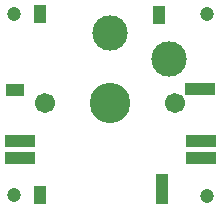
<source format=gbr>
%TF.GenerationSoftware,KiCad,Pcbnew,(6.0.2-0)*%
%TF.CreationDate,2022-10-03T22:05:58+11:00*%
%TF.ProjectId,ameoba,616d656f-6261-42e6-9b69-6361645f7063,rev?*%
%TF.SameCoordinates,Original*%
%TF.FileFunction,Soldermask,Top*%
%TF.FilePolarity,Negative*%
%FSLAX46Y46*%
G04 Gerber Fmt 4.6, Leading zero omitted, Abs format (unit mm)*
G04 Created by KiCad (PCBNEW (6.0.2-0)) date 2022-10-03 22:05:58*
%MOMM*%
%LPD*%
G01*
G04 APERTURE LIST*
%ADD10R,1.000000X1.500000*%
%ADD11R,2.500000X1.000000*%
%ADD12C,3.429000*%
%ADD13C,1.701800*%
%ADD14C,3.000000*%
%ADD15C,1.200000*%
%ADD16R,1.000000X2.500000*%
%ADD17R,1.500000X1.000000*%
G04 APERTURE END LIST*
D10*
%TO.C,*%
X19421896Y-33125322D03*
%TD*%
D11*
%TO.C,*%
X33090198Y-30023078D03*
%TD*%
D12*
%TO.C,S16*%
X25400000Y-25340000D03*
D13*
X30900000Y-25340000D03*
X19900000Y-25340000D03*
D14*
X25400000Y-19390000D03*
X30400000Y-21590000D03*
%TD*%
D15*
%TO.C,H3*%
X33566801Y-17830865D03*
%TD*%
D11*
%TO.C,*%
X33120913Y-28579460D03*
%TD*%
D10*
%TO.C,*%
X19421896Y-17798395D03*
%TD*%
D11*
%TO.C,*%
X17763271Y-30023078D03*
%TD*%
D16*
%TO.C,J7*%
X29754717Y-32634037D03*
%TD*%
D15*
%TO.C,H3*%
X33564943Y-33178636D03*
%TD*%
D17*
%TO.C,*%
X17333257Y-24217890D03*
%TD*%
D11*
%TO.C,*%
X17793986Y-28579460D03*
%TD*%
%TO.C,J5*%
X33020000Y-24130000D03*
%TD*%
D15*
%TO.C,H3*%
X17235638Y-17833368D03*
%TD*%
%TO.C,H3*%
X17222755Y-33159218D03*
%TD*%
D10*
%TO.C,J3*%
X29569391Y-17854473D03*
%TD*%
M02*

</source>
